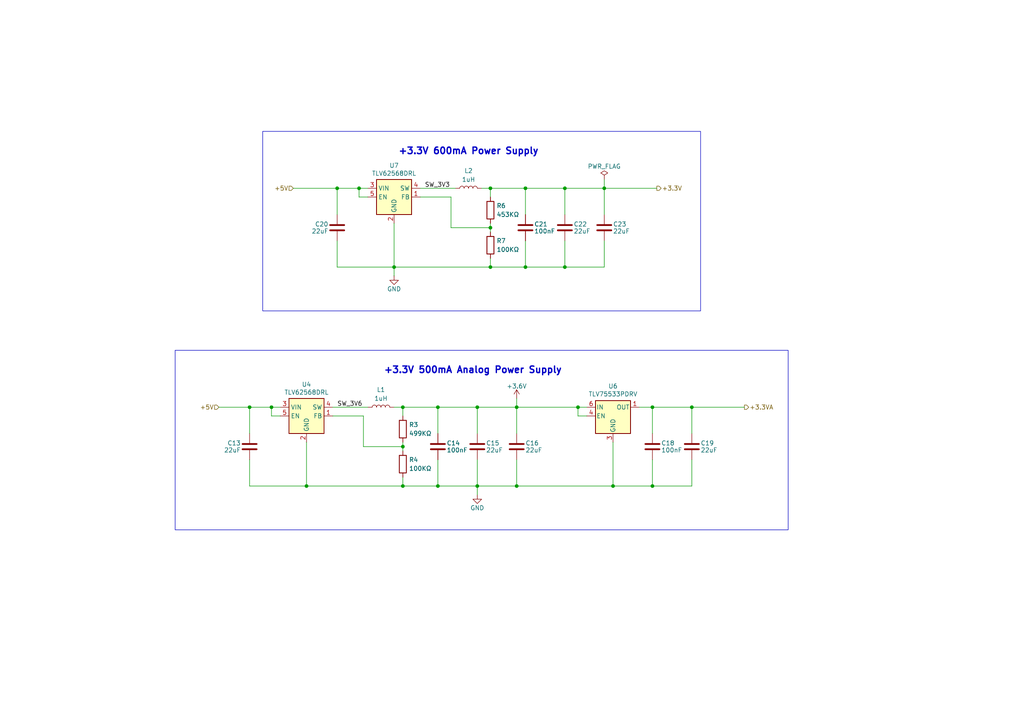
<source format=kicad_sch>
(kicad_sch (version 20250114) (generator "eeschema") (generator_version "9.0")
  (paper "A4")
  (title_block (title "ESPHome Parking Assistant") (date "2025-04-10") (rev "-") (company "Mike Lawrence"))
  (lib_symbols
    (symbol "Device:C" (pin_numbers (hide yes)) (pin_names (offset 0.254))
      (property "Reference" "C" (at 0.635 2.54 0))
      (property "Value" "C" (at 0.635 -2.54 0))
      (symbol "C_0_1"
        (polyline (pts (xy -2.032 0.762) (xy 2.032 0.762)) (stroke (width 0.508)))
        (polyline (pts (xy -2.032 -0.762) (xy 2.032 -0.762)) (stroke (width 0.508)))
      )
      (symbol "C_1_1"
        (pin passive line (at 0 3.81 270) (length 2.794) (name "~") (number "1"))
        (pin passive line (at 0 -3.81 90) (length 2.794) (name "~") (number "2"))
      )
    )
    (symbol "Device:L" (pin_numbers (hide yes)) (pin_names (offset 1.016) (hide yes))
      (property "Reference" "L" (at -1.27 0 90))
      (property "Value" "L" (at 1.905 0 90))
      (symbol "L_0_1"
        (arc (start 0 2.54) (mid 0.6323 1.905) (end 0 1.27))
        (arc (start 0 1.27) (mid 0.6323 0.635) (end 0 0))
        (arc (start 0 0) (mid 0.6323 -0.635) (end 0 -1.27))
        (arc (start 0 -1.27) (mid 0.6323 -1.905) (end 0 -2.54))
      )
      (symbol "L_1_1"
        (pin passive line (at 0 3.81 270) (length 1.27) (name "1") (number "1"))
        (pin passive line (at 0 -3.81 90) (length 1.27) (name "2") (number "2"))
      )
    )
    (symbol "Device:R" (pin_numbers (hide yes)) (pin_names (offset 0))
      (property "Reference" "R" (at 2.032 0 90))
      (property "Value" "R" (at 0 0 90))
      (symbol "R_0_1"
        (rectangle (start -1.016 -2.54) (end 1.016 2.54) (stroke (width 0.254)))
      )
      (symbol "R_1_1"
        (pin passive line (at 0 3.81 270) (length 1.27) (name "~") (number "1"))
        (pin passive line (at 0 -3.81 90) (length 1.27) (name "~") (number "2"))
      )
    )
    (symbol "Regulator_Linear:TLV75533PDRV" (pin_names (offset 0.254))
      (property "Reference" "U" (at -3.81 5.715 0))
      (property "Value" "TLV75533PDRV" (at 0 5.715 0))
      (symbol "TLV75533PDRV_0_1"
        (rectangle (start -5.08 4.445) (end 5.08 -5.08) (stroke (width 0.254)) (fill (type background)))
      )
      (symbol "TLV75533PDRV_1_1"
        (pin power_in line (at -7.62 2.54 0) (length 2.54) (name "IN") (number "6"))
        (pin input line (at -7.62 0 0) (length 2.54) (name "EN") (number "4"))
        (pin power_in line (at 0 -7.62 90) (length 2.54) (name "GND") (number "3"))
        (pin passive line (at 0 -7.62 90) (length 2.54) (hide yes) (name "GND") (number "7"))
        (pin no_connect line (at 5.08 0 180) (length 2.54) (hide yes) (name "NC") (number "2"))
        (pin no_connect line (at 5.08 -2.54 180) (length 2.54) (hide yes) (name "NC") (number "5"))
        (pin power_out line (at 7.62 2.54 180) (length 2.54) (name "OUT") (number "1"))
      )
    )
    (symbol "Regulator_Switching:TLV62568DRL"
      (property "Reference" "U" (at -5.08 6.35 0))
      (property "Value" "TLV62568DRL" (at 0 6.35 0))
      (symbol "TLV62568DRL_0_1"
        (rectangle (start -5.08 5.08) (end 5.08 -5.08) (stroke (width 0.254)) (fill (type background)))
      )
      (symbol "TLV62568DRL_1_1"
        (pin power_in line (at -7.62 2.54 0) (length 2.54) (name "VIN") (number "3"))
        (pin input line (at -7.62 0 0) (length 2.54) (name "EN") (number "5"))
        (pin power_in line (at 0 -7.62 90) (length 2.54) (name "GND") (number "2"))
        (pin no_connect line (at 5.08 -2.54 180) (length 2.54) (hide yes) (name "NC") (number "6"))
        (pin power_out line (at 7.62 2.54 180) (length 2.54) (name "SW") (number "4"))
        (pin input line (at 7.62 0 180) (length 2.54) (name "FB") (number "1"))
      )
    )
    (symbol "power:+3.3V" (power) (pin_numbers (hide yes)) (pin_names (offset 0) (hide yes))
      (property "Value" "+3.3V" (at 0 3.556 0))
      (symbol "+3.3V_0_1"
        (polyline (pts (xy -0.762 1.27) (xy 0 2.54)))
        (polyline (pts (xy 0 2.54) (xy 0.762 1.27)))
        (polyline (pts (xy 0 0) (xy 0 2.54)))
      )
      (symbol "+3.3V_1_1"
        (pin power_in line (at 0 0 90) (length 0) (name "~") (number "1"))
      )
    )
    (symbol "power:GND" (power) (pin_numbers (hide yes)) (pin_names (offset 0) (hide yes))
      (property "Value" "GND" (at 0 -3.81 0))
      (symbol "GND_0_1"
        (polyline (pts (xy 0 0) (xy 0 -1.27) (xy 1.27 -1.27) (xy 0 -2.54) (xy -1.27 -1.27) (xy 0 -1.27)))
      )
      (symbol "GND_1_1"
        (pin power_in line (at 0 0 270) (length 0) (name "~") (number "1"))
      )
    )
    (symbol "power:PWR_FLAG" (power) (pin_numbers (hide yes)) (pin_names (offset 0) (hide yes))
      (property "Value" "PWR_FLAG" (at 0 3.81 0))
      (symbol "PWR_FLAG_0_0"
        (pin power_out line (at 0 0 90) (length 0) (name "~") (number "1"))
      )
      (symbol "PWR_FLAG_0_1"
        (polyline (pts (xy 0 0) (xy 0 1.27) (xy -1.016 1.905) (xy 0 2.54) (xy 1.016 1.905) (xy 0 1.27)))
      )
    )
  )
  (rectangle (start 50.8 101.6) (end 228.6 153.67))
  (rectangle (start 76.2 38.1) (end 203.2 90.17))
  (text "+3.3V 600mA Power Supply" (at 135.89 43.942 0) (effects (font (size 1.905 1.905) (thickness 0.381) (bold yes))))
  (text "+3.3V 500mA Analog Power Supply" (at 137.16 107.442 0) (effects (font (size 1.905 1.905) (thickness 0.381) (bold yes))))
  (junction (at 200.66 118.11))
  (junction (at 104.14 54.61))
  (junction (at 189.23 140.97))
  (junction (at 114.3 77.47))
  (junction (at 78.74 118.11))
  (junction (at 88.9 140.97))
  (junction (at 163.83 54.61))
  (junction (at 72.39 118.11))
  (junction (at 142.24 54.61))
  (junction (at 167.64 118.11))
  (junction (at 152.4 77.47))
  (junction (at 163.83 77.47))
  (junction (at 116.84 129.54))
  (junction (at 175.26 54.61))
  (junction (at 116.84 118.11))
  (junction (at 138.43 118.11))
  (junction (at 177.8 140.97))
  (junction (at 97.79 54.61))
  (junction (at 138.43 140.97))
  (junction (at 149.86 118.11))
  (junction (at 142.24 66.04))
  (junction (at 149.86 140.97))
  (junction (at 152.4 54.61))
  (junction (at 142.24 77.47))
  (junction (at 189.23 118.11))
  (junction (at 116.84 140.97))
  (junction (at 127 140.97))
  (junction (at 127 118.11))
  (wire (pts (xy 163.83 69.85) (xy 163.83 77.47)))
  (wire (pts (xy 189.23 118.11) (xy 185.42 118.11)))
  (wire (pts (xy 138.43 133.35) (xy 138.43 140.97)))
  (wire (pts (xy 72.39 118.11) (xy 78.74 118.11)))
  (wire (pts (xy 175.26 54.61) (xy 190.5 54.61)))
  (wire (pts (xy 121.92 57.15) (xy 130.81 57.15)))
  (wire (pts (xy 127 118.11) (xy 116.84 118.11)))
  (wire (pts (xy 105.41 120.65) (xy 105.41 129.54)))
  (wire (pts (xy 139.7 54.61) (xy 142.24 54.61)))
  (wire (pts (xy 88.9 128.27) (xy 88.9 140.97)))
  (wire (pts (xy 163.83 62.23) (xy 163.83 54.61)))
  (wire (pts (xy 152.4 54.61) (xy 163.83 54.61)))
  (wire (pts (xy 127 118.11) (xy 138.43 118.11)))
  (wire (pts (xy 177.8 140.97) (xy 149.86 140.97)))
  (wire (pts (xy 152.4 77.47) (xy 163.83 77.47)))
  (wire (pts (xy 138.43 118.11) (xy 149.86 118.11)))
  (wire (pts (xy 175.26 77.47) (xy 163.83 77.47)))
  (wire (pts (xy 142.24 64.77) (xy 142.24 66.04)))
  (wire (pts (xy 127 133.35) (xy 127 140.97)))
  (wire (pts (xy 97.79 54.61) (xy 104.14 54.61)))
  (wire (pts (xy 175.26 69.85) (xy 175.26 77.47)))
  (wire (pts (xy 200.66 133.35) (xy 200.66 140.97)))
  (wire (pts (xy 149.86 133.35) (xy 149.86 140.97)))
  (wire (pts (xy 96.52 120.65) (xy 105.41 120.65)))
  (wire (pts (xy 152.4 54.61) (xy 152.4 62.23)))
  (wire (pts (xy 200.66 125.73) (xy 200.66 118.11)))
  (wire (pts (xy 170.18 120.65) (xy 167.64 120.65)))
  (wire (pts (xy 114.3 77.47) (xy 114.3 80.01)))
  (wire (pts (xy 175.26 52.07) (xy 175.26 54.61)))
  (wire (pts (xy 152.4 69.85) (xy 152.4 77.47)))
  (wire (pts (xy 114.3 118.11) (xy 116.84 118.11)))
  (wire (pts (xy 127 118.11) (xy 127 125.73)))
  (wire (pts (xy 127 140.97) (xy 116.84 140.97)))
  (wire (pts (xy 104.14 57.15) (xy 106.68 57.15)))
  (wire (pts (xy 142.24 77.47) (xy 114.3 77.47)))
  (wire (pts (xy 88.9 140.97) (xy 72.39 140.97)))
  (wire (pts (xy 130.81 57.15) (xy 130.81 66.04)))
  (wire (pts (xy 138.43 140.97) (xy 127 140.97)))
  (wire (pts (xy 142.24 66.04) (xy 142.24 67.31)))
  (wire (pts (xy 78.74 118.11) (xy 78.74 120.65)))
  (wire (pts (xy 152.4 77.47) (xy 142.24 77.47)))
  (wire (pts (xy 116.84 140.97) (xy 88.9 140.97)))
  (wire (pts (xy 130.81 66.04) (xy 142.24 66.04)))
  (wire (pts (xy 163.83 54.61) (xy 175.26 54.61)))
  (wire (pts (xy 72.39 133.35) (xy 72.39 140.97)))
  (wire (pts (xy 96.52 118.11) (xy 106.68 118.11)))
  (wire (pts (xy 175.26 62.23) (xy 175.26 54.61)))
  (wire (pts (xy 114.3 77.47) (xy 97.79 77.47)))
  (wire (pts (xy 72.39 125.73) (xy 72.39 118.11)))
  (wire (pts (xy 116.84 140.97) (xy 116.84 138.43)))
  (wire (pts (xy 138.43 125.73) (xy 138.43 118.11)))
  (wire (pts (xy 142.24 77.47) (xy 142.24 74.93)))
  (wire (pts (xy 116.84 128.27) (xy 116.84 129.54)))
  (wire (pts (xy 149.86 125.73) (xy 149.86 118.11)))
  (wire (pts (xy 81.28 118.11) (xy 78.74 118.11)))
  (wire (pts (xy 105.41 129.54) (xy 116.84 129.54)))
  (wire (pts (xy 106.68 54.61) (xy 104.14 54.61)))
  (wire (pts (xy 78.74 120.65) (xy 81.28 120.65)))
  (wire (pts (xy 189.23 125.73) (xy 189.23 118.11)))
  (wire (pts (xy 104.14 54.61) (xy 104.14 57.15)))
  (wire (pts (xy 121.92 54.61) (xy 132.08 54.61)))
  (wire (pts (xy 97.79 69.85) (xy 97.79 77.47)))
  (wire (pts (xy 85.09 54.61) (xy 97.79 54.61)))
  (wire (pts (xy 167.64 118.11) (xy 170.18 118.11)))
  (wire (pts (xy 167.64 120.65) (xy 167.64 118.11)))
  (wire (pts (xy 138.43 140.97) (xy 138.43 143.51)))
  (wire (pts (xy 142.24 54.61) (xy 142.24 57.15)))
  (wire (pts (xy 200.66 140.97) (xy 189.23 140.97)))
  (wire (pts (xy 189.23 140.97) (xy 177.8 140.97)))
  (wire (pts (xy 177.8 128.27) (xy 177.8 140.97)))
  (wire (pts (xy 200.66 118.11) (xy 215.9 118.11)))
  (wire (pts (xy 114.3 64.77) (xy 114.3 77.47)))
  (wire (pts (xy 63.5 118.11) (xy 72.39 118.11)))
  (wire (pts (xy 116.84 129.54) (xy 116.84 130.81)))
  (wire (pts (xy 149.86 118.11) (xy 167.64 118.11)))
  (wire (pts (xy 116.84 118.11) (xy 116.84 120.65)))
  (wire (pts (xy 149.86 140.97) (xy 138.43 140.97)))
  (wire (pts (xy 152.4 54.61) (xy 142.24 54.61)))
  (wire (pts (xy 189.23 133.35) (xy 189.23 140.97)))
  (wire (pts (xy 200.66 118.11) (xy 189.23 118.11)))
  (wire (pts (xy 97.79 62.23) (xy 97.79 54.61)))
  (wire (pts (xy 149.86 115.57) (xy 149.86 118.11)))
  (label "SW_3V6" (at 97.79 118.11 0))
  (label "SW_3V3" (at 123.19 54.61 0))
  (hierarchical_label "+5V" (shape input) (at 63.5 118.11 180))
  (hierarchical_label "+3.3VA" (shape output) (at 215.9 118.11 0))
  (hierarchical_label "+5V" (shape input) (at 85.09 54.61 180))
  (hierarchical_label "+3.3V" (shape output) (at 190.5 54.61 0))
  (symbol (lib_id "Device:C") (at 149.86 129.54 0) (unit 1)
    (property "Reference" "C16" (at 152.4 128.524 0) (effects (justify left)))
    (property "Value" "22uF" (at 152.4 130.556 0) (effects (justify left)))
    (property "Footprint" "Capacitor_SMD:C_0603_1608Metric" (effects (hide yes)))
    (property "Description" "Capacitor, 22uF, MLCC, 6.3V, X5R, 20%, 0603" (effects (hide yes)))
    (property "Part Number" "GRM188R60J226MEA0D" (effects (hide yes)))
    (property "Manufacturer" "Murata" (effects (hide yes)))
  )
  (symbol (lib_id "Device:C") (at 127 129.54 0) (mirror x) (unit 1)
    (property "Reference" "C14" (at 129.54 128.524 0) (effects (justify left)))
    (property "Value" "100nF" (at 129.54 130.556 0) (effects (justify left)))
    (property "Footprint" "Capacitor_SMD:C_0402_1005Metric" (effects (hide yes)))
    (property "Description" "Capacitor, 100nF, MLCC, 50V, X7R, 10%, 0402" (effects (hide yes)))
    (property "Manufacturer" "Samsung" (effects (hide yes)))
    (property "Part Number" "CL05B104KB54PNC" (effects (hide yes)))
  )
  (symbol (lib_id "Device:C") (at 97.79 66.04 0) (mirror y) (unit 1)
    (property "Reference" "C20" (at 95.25 65.024 0) (effects (justify left)))
    (property "Value" "22uF" (at 95.25 67.056 0) (effects (justify left)))
    (property "Footprint" "Capacitor_SMD:C_0603_1608Metric" (effects (hide yes)))
    (property "Description" "Capacitor, 22uF, MLCC, 6.3V, X5R, 20%, 0603" (effects (hide yes)))
    (property "Part Number" "GRM188R60J226MEA0D" (effects (hide yes)))
    (property "Manufacturer" "Murata" (effects (hide yes)))
  )
  (symbol (lib_id "Device:C") (at 152.4 66.04 0) (mirror x) (unit 1)
    (property "Reference" "C21" (at 154.94 65.024 0) (effects (justify left)))
    (property "Value" "100nF" (at 154.94 67.056 0) (effects (justify left)))
    (property "Footprint" "Capacitor_SMD:C_0402_1005Metric" (effects (hide yes)))
    (property "Description" "Capacitor, 100nF, MLCC, 50V, X7R, 10%, 0402" (effects (hide yes)))
    (property "Manufacturer" "Samsung" (effects (hide yes)))
    (property "Part Number" "CL05B104KB54PNC" (effects (hide yes)))
  )
  (symbol (lib_id "Device:R") (at 142.24 71.12 0) (unit 1)
    (property "Reference" "R7" (at 144.018 69.85 0) (effects (justify left)))
    (property "Value" "100KΩ" (at 144.018 72.39 0) (effects (justify left)))
    (property "Footprint" "Resistor_SMD:R_0402_1005Metric" (effects (hide yes)))
    (property "Description" "Resistor, 100KΩ, 62.5mW, 1%, 0402" (effects (hide yes)))
    (property "Manufacturer" "Vishay / Dale" (effects (hide yes)))
    (property "Part Number" "CRCW0402100KFKED" (effects (hide yes)))
  )
  (symbol (lib_id "Device:L") (at 135.89 54.61 90) (unit 1)
    (property "Reference" "L2" (at 135.89 49.53 90))
    (property "Value" "1uH" (at 135.89 52.07 90))
    (property "Footprint" "Inductor_SMD:L_1008_2520Metric" (effects (hide yes)))
    (property "Description" "Inductor, 1uH, 3.3A, 20%, 1008" (effects (hide yes)))
    (property "Part Number" "DFE252012F-1R0M=P2" (effects (hide yes)))
    (property "Manufacturer" "Murata" (effects (hide yes)))
  )
  (symbol (lib_id "power:PWR_FLAG") (at 175.26 52.07 0) (unit 1)
    (property "Reference" "#FLG02" (effects (hide yes)))
    (property "Value" "PWR_FLAG" (at 175.26 48.26 0))
    (property "Description" "Special symbol for telling ERC where power comes from" (effects (hide yes)))
  )
  (symbol (lib_id "Device:C") (at 72.39 129.54 0) (mirror y) (unit 1)
    (property "Reference" "C13" (at 69.85 128.524 0) (effects (justify left)))
    (property "Value" "22uF" (at 69.85 130.556 0) (effects (justify left)))
    (property "Footprint" "Capacitor_SMD:C_0603_1608Metric" (effects (hide yes)))
    (property "Description" "Capacitor, 22uF, MLCC, 6.3V, X5R, 20%, 0603" (effects (hide yes)))
    (property "Part Number" "GRM188R60J226MEA0D" (effects (hide yes)))
    (property "Manufacturer" "Murata" (effects (hide yes)))
  )
  (symbol (lib_id "power:GND") (at 114.3 80.01 0) (unit 1)
    (property "Reference" "#PWR025" (effects (hide yes)))
    (property "Value" "GND" (at 114.3 83.82 0))
    (property "Description" "Power symbol creates a global label with name \"GND\" , ground" (effects (hide yes)))
  )
  (symbol (lib_id "Device:C") (at 163.83 66.04 0) (unit 1)
    (property "Reference" "C22" (at 166.37 65.024 0) (effects (justify left)))
    (property "Value" "22uF" (at 166.37 67.056 0) (effects (justify left)))
    (property "Footprint" "Capacitor_SMD:C_0603_1608Metric" (effects (hide yes)))
    (property "Description" "Capacitor, 22uF, MLCC, 6.3V, X5R, 20%, 0603" (effects (hide yes)))
    (property "Part Number" "GRM188R60J226MEA0D" (effects (hide yes)))
    (property "Manufacturer" "Murata" (effects (hide yes)))
  )
  (symbol (lib_id "Regulator_Linear:TLV75533PDRV") (at 177.8 120.65 0) (unit 1)
    (property "Reference" "U6" (at 177.8 112.014 0))
    (property "Value" "TLV75533PDRV" (at 177.8 114.3 0))
    (property "Footprint" "TLV75533PDRVR:VREG_TLV75533PDRVR" (effects (hide yes)))
    (property "Datasheet" "http://www.ti.com/lit/ds/symlink/tlv755p.pdf" (effects (hide yes)))
    (property "Description" "500mA Low Dropout Voltage Regulator, Fixed Output 3.3V, WSON6" (effects (hide yes)))
    (property "Manufacturer" "Texas Instruments" (effects (hide yes)))
    (property "Part Number" "TLV75533PDRV" (effects (hide yes)))
  )
  (symbol (lib_id "Device:R") (at 116.84 124.46 0) (unit 1)
    (property "Reference" "R3" (at 118.618 123.19 0) (effects (justify left)))
    (property "Value" "499KΩ" (at 118.618 125.73 0) (effects (justify left)))
    (property "Footprint" "Resistor_SMD:R_0402_1005Metric" (effects (hide yes)))
    (property "Description" "Resistor, 499KΩ, 62.5mW, 1%, 0402" (effects (hide yes)))
    (property "Manufacturer" "Vishay / Dale" (effects (hide yes)))
    (property "Part Number" "CRCW0402499KFKED" (effects (hide yes)))
  )
  (symbol (lib_id "Device:C") (at 200.66 129.54 0) (unit 1)
    (property "Reference" "C19" (at 203.2 128.524 0) (effects (justify left)))
    (property "Value" "22uF" (at 203.2 130.556 0) (effects (justify left)))
    (property "Footprint" "Capacitor_SMD:C_0603_1608Metric" (effects (hide yes)))
    (property "Description" "Capacitor, 22uF, MLCC, 6.3V, X5R, 20%, 0603" (effects (hide yes)))
    (property "Part Number" "GRM188R60J226MEA0D" (effects (hide yes)))
    (property "Manufacturer" "Murata" (effects (hide yes)))
  )
  (symbol (lib_id "Device:R") (at 142.24 60.96 0) (unit 1)
    (property "Reference" "R6" (at 144.018 59.69 0) (effects (justify left)))
    (property "Value" "453KΩ" (at 144.018 62.23 0) (effects (justify left)))
    (property "Footprint" "Resistor_SMD:R_0402_1005Metric" (effects (hide yes)))
    (property "Description" "Resistor, 453KΩ, 62.5mW, 1%, 0402" (effects (hide yes)))
    (property "Manufacturer" "Vishay / Dale" (effects (hide yes)))
    (property "Part Number" "CRCW0402453KFKED" (effects (hide yes)))
  )
  (symbol (lib_id "Regulator_Switching:TLV62568DRL") (at 114.3 57.15 0) (unit 1)
    (property "Reference" "U7" (at 114.3 48.006 0))
    (property "Value" "TLV62568DRL" (at 114.3 50.292 0))
    (property "Footprint" "TLV62568DRLT:SOT50P160X60-6N" (effects (hide yes)))
    (property "Datasheet" "http://www.ti.com/lit/ds/symlink/tlv62568.pdf" (effects (hide yes)))
    (property "Description" "High Efficiency Synchronous Buck Converter, Adjustable Output 0.6V-5.5V, 1A, SOT-563-6" (effects (hide yes)))
    (property "Manufacturer" "Texas Instruments" (effects (hide yes)))
    (property "Part Number" "TLV62568DRL" (effects (hide yes)))
  )
  (symbol (lib_id "power:GND") (at 138.43 143.51 0) (unit 1)
    (property "Reference" "#PWR027" (effects (hide yes)))
    (property "Value" "GND" (at 138.43 147.32 0))
    (property "Description" "Power symbol creates a global label with name \"GND\" , ground" (effects (hide yes)))
  )
  (symbol (lib_id "Device:C") (at 138.43 129.54 0) (unit 1)
    (property "Reference" "C15" (at 140.97 128.524 0) (effects (justify left)))
    (property "Value" "22uF" (at 140.97 130.556 0) (effects (justify left)))
    (property "Footprint" "Capacitor_SMD:C_0603_1608Metric" (effects (hide yes)))
    (property "Description" "Capacitor, 22uF, MLCC, 6.3V, X5R, 20%, 0603" (effects (hide yes)))
    (property "Part Number" "GRM188R60J226MEA0D" (effects (hide yes)))
    (property "Manufacturer" "Murata" (effects (hide yes)))
  )
  (symbol (lib_id "Device:C") (at 175.26 66.04 0) (unit 1)
    (property "Reference" "C23" (at 177.8 65.024 0) (effects (justify left)))
    (property "Value" "22uF" (at 177.8 67.056 0) (effects (justify left)))
    (property "Footprint" "Capacitor_SMD:C_0603_1608Metric" (effects (hide yes)))
    (property "Description" "Capacitor, 22uF, MLCC, 6.3V, X5R, 20%, 0603" (effects (hide yes)))
    (property "Part Number" "GRM188R60J226MEA0D" (effects (hide yes)))
    (property "Manufacturer" "Murata" (effects (hide yes)))
  )
  (symbol (lib_id "Regulator_Switching:TLV62568DRL") (at 88.9 120.65 0) (unit 1)
    (property "Reference" "U4" (at 88.9 111.506 0))
    (property "Value" "TLV62568DRL" (at 88.9 113.792 0))
    (property "Footprint" "TLV62568DRLT:SOT50P160X60-6N" (effects (hide yes)))
    (property "Datasheet" "http://www.ti.com/lit/ds/symlink/tlv62568.pdf" (effects (hide yes)))
    (property "Description" "High Efficiency Synchronous Buck Converter, Adjustable Output 0.6V-5.5V, 1A, SOT-563-6" (effects (hide yes)))
    (property "Manufacturer" "Texas Instruments" (effects (hide yes)))
    (property "Part Number" "TLV62568DRL" (effects (hide yes)))
  )
  (symbol (lib_id "Device:R") (at 116.84 134.62 0) (unit 1)
    (property "Reference" "R4" (at 118.618 133.35 0) (effects (justify left)))
    (property "Value" "100KΩ" (at 118.618 135.89 0) (effects (justify left)))
    (property "Footprint" "Resistor_SMD:R_0402_1005Metric" (effects (hide yes)))
    (property "Description" "Resistor, 100KΩ, 62.5mW, 1%, 0402" (effects (hide yes)))
    (property "Manufacturer" "Vishay / Dale" (effects (hide yes)))
    (property "Part Number" "CRCW0402100KFKED" (effects (hide yes)))
  )
  (symbol (lib_id "Device:C") (at 189.23 129.54 0) (mirror x) (unit 1)
    (property "Reference" "C18" (at 191.77 128.524 0) (effects (justify left)))
    (property "Value" "100nF" (at 191.77 130.556 0) (effects (justify left)))
    (property "Footprint" "Capacitor_SMD:C_0402_1005Metric" (effects (hide yes)))
    (property "Description" "Capacitor, 100nF, MLCC, 50V, X7R, 10%, 0402" (effects (hide yes)))
    (property "Manufacturer" "Samsung" (effects (hide yes)))
    (property "Part Number" "CL05B104KB54PNC" (effects (hide yes)))
  )
  (symbol (lib_id "Device:L") (at 110.49 118.11 90) (unit 1)
    (property "Reference" "L1" (at 110.49 113.03 90))
    (property "Value" "1uH" (at 110.49 115.57 90))
    (property "Footprint" "Inductor_SMD:L_1008_2520Metric" (effects (hide yes)))
    (property "Description" "Inductor, 1uH, 3.3A, 20%, 1008" (effects (hide yes)))
    (property "Part Number" "DFE252012F-1R0M=P2" (effects (hide yes)))
    (property "Manufacturer" "Murata" (effects (hide yes)))
  )
  (symbol (lib_id "power:+3.3V") (at 149.86 115.57 0) (unit 1)
    (property "Reference" "#PWR026" (effects (hide yes)))
    (property "Value" "+3.6V" (at 149.86 112.014 0))
    (property "Description" "Power symbol creates a global label with name \"+3.3V\"" (effects (hide yes)))
  )
)
</source>
